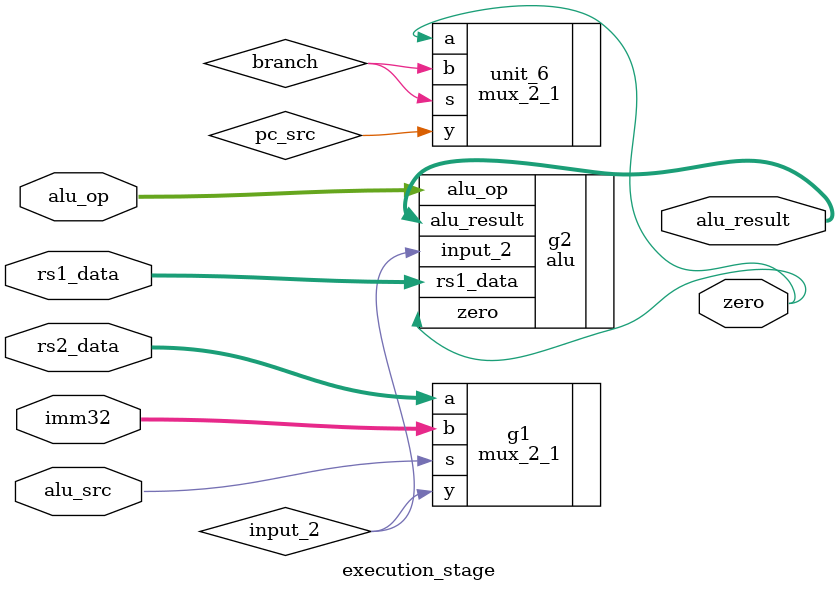
<source format=sv>
module execution_stage#(parameter N=32)(rs1_data,rs2_data,imm32,alu_op,alu_src,alu_result,zero);
	input logic [N-1:0]rs1_data,rs2_data,imm32;
	input logic [3:0] alu_op;
	input logic alu_src;
	output logic zero;
	output logic [N-1:0]alu_result;
	
	wire y;
	mux_2_1 g1(.a(rs2_data),.b(imm32),.s(alu_src),.y(input_2));
	alu g2(.rs1_data(rs1_data), .input_2(input_2), .alu_op(alu_op), .alu_result(alu_result), .zero(zero));
	mux_2_1 unit_6(.a(zero),.b(branch),.s(branch),.y(pc_src));
	
	
endmodule
	 
	
</source>
